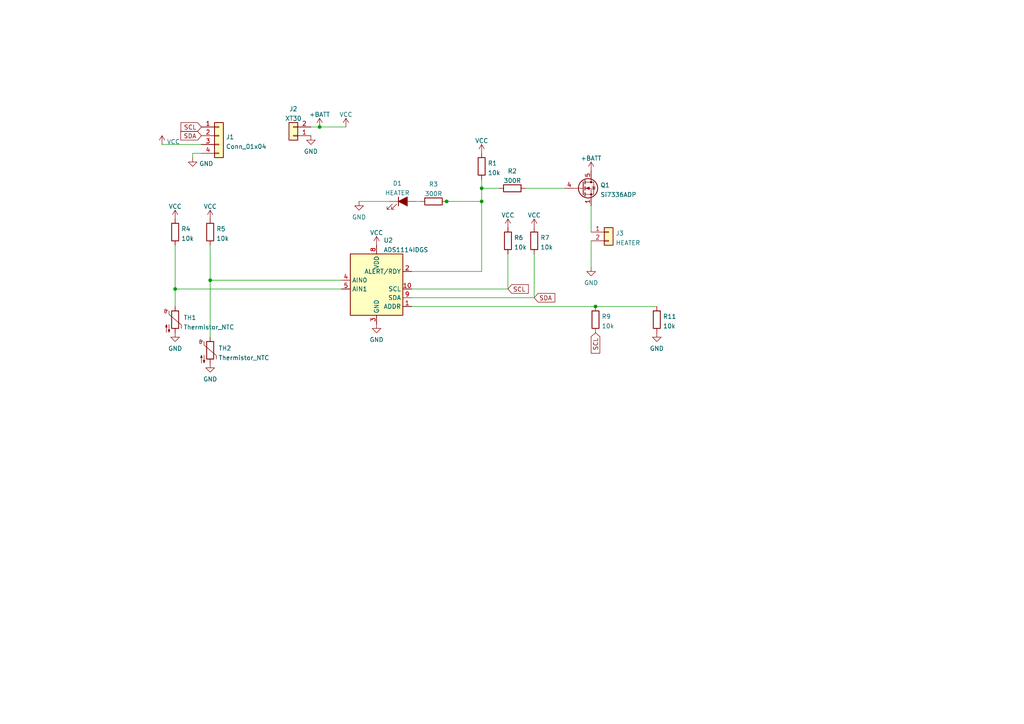
<source format=kicad_sch>
(kicad_sch (version 20211123) (generator eeschema)
  (paper "A4")
  (lib_symbols
    (symbol "Analog_ADC:ADS1114IDGS"
      (property "Reference" "U" (at 2.54 13.97 0))
      (property "Value" "ADS1114IDGS" (at 7.62 11.43 0))
      (symbol "ADS1114IDGS_0_1"
        (rectangle (start -7.62 10.16) (end 7.62 -7.62) (stroke (width 0.254)) (fill (type background)))
      )
      (symbol "ADS1114IDGS_1_1"
        (pin input line (at 10.16 -5.08 180) (length 2.54) (name "ADDR") (number "1"))
        (pin input line (at 10.16 0 180) (length 2.54) (name "SCL") (number "10"))
        (pin output line (at 10.16 5.08 180) (length 2.54) (name "ALERT/RDY") (number "2"))
        (pin power_in line (at 0 -10.16 90) (length 2.54) (name "GND") (number "3"))
        (pin input line (at -10.16 2.54 0) (length 2.54) (name "AIN0") (number "4"))
        (pin input line (at -10.16 0 0) (length 2.54) (name "AIN1") (number "5"))
        (pin no_connect line (at -7.62 7.62 0) (length 2.54) hide (name "~") (number "6"))
        (pin no_connect line (at -7.62 5.08 0) (length 2.54) hide (name "~") (number "7"))
        (pin power_in line (at 0 12.7 270) (length 2.54) (name "VDD") (number "8"))
        (pin bidirectional line (at 10.16 -2.54 180) (length 2.54) (name "SDA") (number "9"))
      )
    )
    (symbol "Connector_Generic:Conn_01x02" (pin_names (offset 1.016) hide)
      (property "Reference" "J" (at 0 2.54 0))
      (property "Value" "Conn_01x02" (at 0 -5.08 0))
      (symbol "Conn_01x02_1_1"
        (rectangle (start -1.27 -2.413) (end 0 -2.667) (stroke (width 0.1524)))
        (rectangle (start -1.27 0.127) (end 0 -0.127) (stroke (width 0.1524)))
        (rectangle (start -1.27 1.27) (end 1.27 -3.81) (stroke (width 0.254)) (fill (type background)))
        (pin passive line (at -5.08 0 0) (length 3.81) (name "Pin_1") (number "1"))
        (pin passive line (at -5.08 -2.54 0) (length 3.81) (name "Pin_2") (number "2"))
      )
    )
    (symbol "Connector_Generic:Conn_01x04" (pin_names (offset 1.016) hide)
      (property "Reference" "J" (at 0 5.08 0))
      (property "Value" "Conn_01x04" (at 0 -7.62 0))
      (symbol "Conn_01x04_1_1"
        (rectangle (start -1.27 -4.953) (end 0 -5.207) (stroke (width 0.1524)))
        (rectangle (start -1.27 -2.413) (end 0 -2.667) (stroke (width 0.1524)))
        (rectangle (start -1.27 0.127) (end 0 -0.127) (stroke (width 0.1524)))
        (rectangle (start -1.27 2.667) (end 0 2.413) (stroke (width 0.1524)))
        (rectangle (start -1.27 3.81) (end 1.27 -6.35) (stroke (width 0.254)) (fill (type background)))
        (pin passive line (at -5.08 2.54 0) (length 3.81) (name "Pin_1") (number "1"))
        (pin passive line (at -5.08 0 0) (length 3.81) (name "Pin_2") (number "2"))
        (pin passive line (at -5.08 -2.54 0) (length 3.81) (name "Pin_3") (number "3"))
        (pin passive line (at -5.08 -5.08 0) (length 3.81) (name "Pin_4") (number "4"))
      )
    )
    (symbol "Device:LED_Filled" (pin_numbers hide) (pin_names (offset 1.016) hide)
      (property "Reference" "D" (at 0 2.54 0))
      (property "Value" "LED_Filled" (at 0 -2.54 0))
      (symbol "LED_Filled_0_1"
        (polyline (pts (xy -1.27 -1.27) (xy -1.27 1.27)) (stroke (width 0.254)))
        (polyline (pts (xy -1.27 0) (xy 1.27 0)))
        (polyline (pts (xy 1.27 -1.27) (xy 1.27 1.27) (xy -1.27 0) (xy 1.27 -1.27)) (stroke (width 0.254)) (fill (type outline)))
        (polyline (pts (xy -3.048 -0.762) (xy -4.572 -2.286) (xy -3.81 -2.286) (xy -4.572 -2.286) (xy -4.572 -1.524)))
        (polyline (pts (xy -1.778 -0.762) (xy -3.302 -2.286) (xy -2.54 -2.286) (xy -3.302 -2.286) (xy -3.302 -1.524)))
      )
      (symbol "LED_Filled_1_1"
        (pin passive line (at -3.81 0 0) (length 2.54) (name "K") (number "1"))
        (pin passive line (at 3.81 0 180) (length 2.54) (name "A") (number "2"))
      )
    )
    (symbol "Device:R" (pin_numbers hide) (pin_names (offset 0))
      (property "Reference" "R" (at 2.032 0 90))
      (property "Value" "R" (at 0 0 90))
      (symbol "R_0_1"
        (rectangle (start -1.016 -2.54) (end 1.016 2.54) (stroke (width 0.254)))
      )
      (symbol "R_1_1"
        (pin passive line (at 0 3.81 270) (length 1.27) (name "~") (number "1"))
        (pin passive line (at 0 -3.81 90) (length 1.27) (name "~") (number "2"))
      )
    )
    (symbol "Device:Thermistor_NTC" (pin_numbers hide) (pin_names (offset 0))
      (property "Reference" "TH" (at -4.445 0 90))
      (property "Value" "Thermistor_NTC" (at 3.175 0 90))
      (symbol "Thermistor_NTC_0_1"
        (arc (start -3.048 2.159) (mid -3.0505 2.3165) (end -3.175 2.413))
        (arc (start -3.048 2.159) (mid -2.9736 1.9794) (end -2.794 1.905))
        (arc (start -3.048 2.794) (mid -2.9736 2.6144) (end -2.794 2.54))
        (arc (start -2.794 1.905) (mid -2.6144 1.9794) (end -2.54 2.159))
        (arc (start -2.794 2.54) (mid -2.434 2.5608) (end -2.159 2.794))
        (arc (start -2.794 3.048) (mid -2.9736 2.9736) (end -3.048 2.794))
        (arc (start -2.54 2.794) (mid -2.6144 2.9736) (end -2.794 3.048))
        (rectangle (start -1.016 2.54) (end 1.016 -2.54) (stroke (width 0.254)))
        (polyline (pts (xy -2.54 2.159) (xy -2.54 2.794)))
        (polyline (pts (xy -1.778 2.54) (xy -1.778 1.524) (xy 1.778 -1.524) (xy 1.778 -2.54)))
        (polyline (pts (xy -2.54 -3.683) (xy -2.54 -1.397) (xy -2.794 -2.159) (xy -2.286 -2.159) (xy -2.54 -1.397) (xy -2.54 -1.651)) (fill (type outline)))
        (polyline (pts (xy -1.778 -1.397) (xy -1.778 -3.683) (xy -2.032 -2.921) (xy -1.524 -2.921) (xy -1.778 -3.683) (xy -1.778 -3.429)) (fill (type outline)))
      )
      (symbol "Thermistor_NTC_1_1"
        (pin passive line (at 0 3.81 270) (length 1.27) (name "~") (number "1"))
        (pin passive line (at 0 -3.81 90) (length 1.27) (name "~") (number "2"))
      )
    )
    (symbol "Transistor_FET:Si7336ADP" (pin_names hide)
      (property "Reference" "Q" (at 5.08 1.905 0))
      (property "Value" "Si7336ADP" (at 5.08 0 0))
      (symbol "Si7336ADP_0_1"
        (polyline (pts (xy 0.254 0) (xy -2.54 0)))
        (polyline (pts (xy 0.254 1.905) (xy 0.254 -1.905)) (stroke (width 0.254)))
        (polyline (pts (xy 0.762 -1.27) (xy 0.762 -2.286)) (stroke (width 0.254)))
        (polyline (pts (xy 0.762 0.508) (xy 0.762 -0.508)) (stroke (width 0.254)))
        (polyline (pts (xy 0.762 2.286) (xy 0.762 1.27)) (stroke (width 0.254)))
        (polyline (pts (xy 2.54 2.54) (xy 2.54 1.778)))
        (polyline (pts (xy 2.54 -2.54) (xy 2.54 0) (xy 0.762 0)))
        (polyline (pts (xy 0.762 -1.778) (xy 3.302 -1.778) (xy 3.302 1.778) (xy 0.762 1.778)))
        (polyline (pts (xy 1.016 0) (xy 2.032 0.381) (xy 2.032 -0.381) (xy 1.016 0)) (fill (type outline)))
        (polyline (pts (xy 2.794 0.508) (xy 2.921 0.381) (xy 3.683 0.381) (xy 3.81 0.254)))
        (polyline (pts (xy 3.302 0.381) (xy 2.921 -0.254) (xy 3.683 -0.254) (xy 3.302 0.381)))
        (circle (center 1.651 0) (radius 2.794) (stroke (width 0.254)))
        (circle (center 2.54 -1.778) (radius 0.254) (fill (type outline)))
        (circle (center 2.54 1.778) (radius 0.254) (fill (type outline)))
      )
      (symbol "Si7336ADP_1_1"
        (pin passive line (at 2.54 -5.08 90) (length 2.54) (name "S") (number "1"))
        (pin passive line (at 2.54 -5.08 90) (length 2.54) hide (name "S") (number "2"))
        (pin passive line (at 2.54 -5.08 90) (length 2.54) hide (name "S") (number "3"))
        (pin input line (at -5.08 0 0) (length 2.54) (name "G") (number "4"))
        (pin passive line (at 2.54 5.08 270) (length 2.54) (name "D") (number "5"))
      )
    )
    (symbol "power:+BATT" (power) (pin_names (offset 0))
      (property "Value" "+BATT" (at 0 3.556 0))
      (symbol "+BATT_0_1"
        (polyline (pts (xy -0.762 1.27) (xy 0 2.54)))
        (polyline (pts (xy 0 0) (xy 0 2.54)))
        (polyline (pts (xy 0 2.54) (xy 0.762 1.27)))
      )
      (symbol "+BATT_1_1"
        (pin power_in line (at 0 0 90) (length 0) hide (name "+BATT") (number "1"))
      )
    )
    (symbol "power:GND" (power) (pin_names (offset 0))
      (property "Value" "GND" (at 0 -3.81 0))
      (symbol "GND_0_1"
        (polyline (pts (xy 0 0) (xy 0 -1.27) (xy 1.27 -1.27) (xy 0 -2.54) (xy -1.27 -1.27) (xy 0 -1.27)))
      )
      (symbol "GND_1_1"
        (pin power_in line (at 0 0 270) (length 0) hide (name "GND") (number "1"))
      )
    )
    (symbol "power:VCC" (power) (pin_names (offset 0))
      (property "Value" "VCC" (at 0 3.81 0))
      (symbol "VCC_0_1"
        (polyline (pts (xy -0.762 1.27) (xy 0 2.54)))
        (polyline (pts (xy 0 0) (xy 0 2.54)))
        (polyline (pts (xy 0 2.54) (xy 0.762 1.27)))
      )
      (symbol "VCC_1_1"
        (pin power_in line (at 0 0 90) (length 0) hide (name "VCC") (number "1"))
      )
    )
  )
  (junction (at 139.7 58.42))
  (junction (at 50.8 83.82))
  (junction (at 172.72 88.9))
  (junction (at 60.96 81.28))
  (junction (at 129.54 58.42))
  (junction (at 92.71 36.83))
  (junction (at 139.7 54.61))
  (wire (pts (xy 139.7 52.07) (xy 139.7 54.61)))
  (wire (pts (xy 60.96 81.28) (xy 99.06 81.28)))
  (wire (pts (xy 104.14 58.42) (xy 113.03 58.42)))
  (wire (pts (xy 60.96 81.28) (xy 60.96 97.79)))
  (wire (pts (xy 55.88 44.45) (xy 55.88 45.72)))
  (wire (pts (xy 139.7 78.74) (xy 119.38 78.74)))
  (wire (pts (xy 147.32 83.82) (xy 147.32 73.66)))
  (wire (pts (xy 119.38 86.36) (xy 154.94 86.36)))
  (wire (pts (xy 129.54 58.42) (xy 129.54 58.379)))
  (wire (pts (xy 60.96 81.28) (xy 60.96 71.12)))
  (wire (pts (xy 129.54 58.42) (xy 139.7 58.42)))
  (wire (pts (xy 50.8 83.82) (xy 99.06 83.82)))
  (wire (pts (xy 50.8 83.82) (xy 50.8 88.9)))
  (wire (pts (xy 120.65 58.42) (xy 121.92 58.42)))
  (wire (pts (xy 152.4 54.61) (xy 163.83 54.61)))
  (wire (pts (xy 171.45 59.69) (xy 171.45 67.31)))
  (wire (pts (xy 171.45 69.85) (xy 171.45 77.47)))
  (wire (pts (xy 50.8 83.82) (xy 50.8 71.12)))
  (wire (pts (xy 119.38 88.9) (xy 172.72 88.9)))
  (wire (pts (xy 58.42 44.45) (xy 55.88 44.45)))
  (wire (pts (xy 119.38 83.82) (xy 147.32 83.82)))
  (wire (pts (xy 172.72 88.9) (xy 190.5 88.9)))
  (wire (pts (xy 154.94 86.36) (xy 154.94 73.66)))
  (wire (pts (xy 144.78 54.61) (xy 139.7 54.61)))
  (wire (pts (xy 46.99 41.91) (xy 58.42 41.91)))
  (wire (pts (xy 139.7 58.42) (xy 139.7 78.74)))
  (wire (pts (xy 90.17 36.83) (xy 92.71 36.83)))
  (wire (pts (xy 92.71 36.83) (xy 100.33 36.83)))
  (wire (pts (xy 139.7 54.61) (xy 139.7 58.42)))
  (global_label "SCL" (shape input) (at 58.42 36.83 180) (property "Intersheet References" "${INTERSHEET_REFS}" (effects hide)))
  (global_label "SDA" (shape input) (at 58.42 39.37 180) (property "Intersheet References" "${INTERSHEET_REFS}" (effects hide)))
  (global_label "SCL" (shape input) (at 172.72 96.52 270) (property "Intersheet References" "${INTERSHEET_REFS}" (effects hide)))
  (global_label "SDA" (shape input) (at 154.94 86.36 0) (property "Intersheet References" "${INTERSHEET_REFS}" (effects hide)))
  (global_label "SCL" (shape input) (at 147.32 83.82 0) (property "Intersheet References" "${INTERSHEET_REFS}" (effects hide)))
  (symbol (lib_id "Device:R") (at 172.72 92.71 0) (unit 1)
    (property "Reference" "R9" (at 174.498 91.8015 0) (effects (justify left)))
    (property "Value" "10k" (at 174.498 94.5766 0) (effects (justify left)))
    (property "Footprint" "Resistor_SMD:R_0603_1608Metric" (effects hide))
  )
  (symbol (lib_id "Device:R") (at 139.7 48.26 0) (unit 1)
    (property "Reference" "R1" (at 141.478 47.3515 0) (effects (justify left)))
    (property "Value" "10k" (at 141.478 50.1266 0) (effects (justify left)))
    (property "Footprint" "Resistor_SMD:R_0603_1608Metric" (effects hide))
  )
  (symbol (lib_id "Device:Thermistor_NTC") (at 60.96 101.6 0) (unit 1)
    (property "Reference" "TH2" (at 63.373 101.009 0) (effects (justify left)))
    (property "Value" "Thermistor_NTC" (at 63.373 103.7841 0) (effects (justify left)))
    (property "Footprint" "Resistor_SMD:R_0402_1005Metric" (effects hide))
  )
  (symbol (lib_id "power:VCC") (at 154.94 66.04 0) (unit 1)
    (property "Reference" "#PWR0102" (effects hide))
    (property "Value" "VCC" (at 154.94 62.4355 0))
  )
  (symbol (lib_id "power:VCC") (at 46.99 41.91 0) (unit 1)
    (property "Reference" "#PWR0111" (effects hide))
    (property "Value" "VCC" (at 48.387 41.119 0) (effects (justify left)))
  )
  (symbol (lib_id "power:GND") (at 190.5 96.52 0) (unit 1)
    (property "Reference" "#PWR0124" (effects hide))
    (property "Value" "GND" (at 190.5 101.0825 0))
  )
  (symbol (lib_id "power:GND") (at 109.22 93.98 0) (unit 1)
    (property "Reference" "#PWR0117" (effects hide))
    (property "Value" "GND" (at 109.22 98.5425 0))
  )
  (symbol (lib_id "power:+BATT") (at 92.71 36.83 0) (unit 1)
    (property "Reference" "#PWR0106" (effects hide))
    (property "Value" "+BATT" (at 92.71 33.2255 0))
  )
  (symbol (lib_id "power:GND") (at 60.96 105.41 0) (unit 1)
    (property "Reference" "#PWR0113" (effects hide))
    (property "Value" "GND" (at 60.96 109.9725 0))
  )
  (symbol (lib_id "Device:R") (at 190.5 92.71 0) (unit 1)
    (property "Reference" "R11" (at 192.278 91.8015 0) (effects (justify left)))
    (property "Value" "10k" (at 192.278 94.5766 0) (effects (justify left)))
    (property "Footprint" "Resistor_SMD:R_0603_1608Metric" (effects hide))
  )
  (symbol (lib_id "Device:R") (at 148.59 54.61 270) (unit 1)
    (property "Reference" "R2" (at 148.59 49.6275 90))
    (property "Value" "300R" (at 148.59 52.4026 90))
    (property "Footprint" "Resistor_SMD:R_0603_1608Metric" (effects hide))
  )
  (symbol (lib_id "power:VCC") (at 60.96 63.5 0) (unit 1)
    (property "Reference" "#PWR0114" (effects hide))
    (property "Value" "VCC" (at 60.96 59.8955 0))
  )
  (symbol (lib_id "Device:R") (at 154.94 69.85 0) (unit 1)
    (property "Reference" "R7" (at 156.718 68.9415 0) (effects (justify left)))
    (property "Value" "10k" (at 156.718 71.7166 0) (effects (justify left)))
    (property "Footprint" "Resistor_SMD:R_0603_1608Metric" (effects hide))
  )
  (symbol (lib_id "Device:Thermistor_NTC") (at 50.8 92.71 0) (unit 1)
    (property "Reference" "TH1" (at 53.213 92.119 0) (effects (justify left)))
    (property "Value" "Thermistor_NTC" (at 53.213 94.8941 0) (effects (justify left)))
    (property "Footprint" "Resistor_SMD:R_0402_1005Metric" (effects hide))
  )
  (symbol (lib_id "Analog_ADC:ADS1114IDGS") (at 109.22 83.82 0) (unit 1)
    (property "Reference" "U2" (at 111.2394 69.6935 0) (effects (justify left)))
    (property "Value" "ADS1114IDGS" (at 111.2394 72.4686 0) (effects (justify left)))
    (property "Footprint" "Package_SO:TSSOP-10_3x3mm_P0.5mm" (effects hide))
    (property "Datasheet" "http://www.ti.com/lit/ds/symlink/ads1113.pdf" (effects hide))
  )
  (symbol (lib_id "power:GND") (at 90.17 39.37 0) (unit 1)
    (property "Reference" "#PWR0107" (effects hide))
    (property "Value" "GND" (at 90.17 43.9325 0))
  )
  (symbol (lib_id "Transistor_FET:Si7336ADP") (at 168.91 54.61 0) (unit 1)
    (property "Reference" "Q1" (at 174.117 53.7015 0) (effects (justify left)))
    (property "Value" "Si7336ADP" (at 174.117 56.4766 0) (effects (justify left)))
    (property "Footprint" "Package_SO:PowerPAK_SO-8_Single" (effects hide))
    (property "Datasheet" "https://www.vishay.com/docs/73152/si7336adp.pdf" (effects hide))
  )
  (symbol (lib_id "Connector_Generic:Conn_01x04") (at 63.5 39.37 0) (unit 1)
    (property "Reference" "J1" (at 65.532 39.7315 0) (effects (justify left)))
    (property "Value" "Conn_01x04" (at 65.532 42.5066 0) (effects (justify left)))
    (property "Footprint" "Connector:NS-Tech_Grove_1x04_P2mm_Vertical" (effects hide))
  )
  (symbol (lib_id "power:VCC") (at 109.22 71.12 0) (unit 1)
    (property "Reference" "#PWR0119" (effects hide))
    (property "Value" "VCC" (at 109.22 67.5155 0))
  )
  (symbol (lib_id "power:VCC") (at 147.32 66.04 0) (unit 1)
    (property "Reference" "#PWR0101" (effects hide))
    (property "Value" "VCC" (at 147.32 62.4355 0))
  )
  (symbol (lib_id "power:GND") (at 171.45 77.47 0) (unit 1)
    (property "Reference" "#PWR0122" (effects hide))
    (property "Value" "GND" (at 171.45 82.0325 0))
  )
  (symbol (lib_id "power:VCC") (at 50.8 63.5 0) (unit 1)
    (property "Reference" "#PWR0115" (effects hide))
    (property "Value" "VCC" (at 50.8 59.8955 0))
  )
  (symbol (lib_id "power:+BATT") (at 171.45 49.53 0) (unit 1)
    (property "Reference" "#PWR0121" (effects hide))
    (property "Value" "+BATT" (at 171.45 45.9255 0))
  )
  (symbol (lib_id "Connector_Generic:Conn_01x02") (at 176.53 67.31 0) (unit 1)
    (property "Reference" "J3" (at 178.562 67.6715 0) (effects (justify left)))
    (property "Value" "HEATER" (at 178.562 70.4466 0) (effects (justify left)))
    (property "Footprint" "SamacSys_Parts:HEATER" (effects hide))
  )
  (symbol (lib_id "power:GND") (at 104.14 58.42 0) (unit 1)
    (property "Reference" "#PWR0120" (effects hide))
    (property "Value" "GND" (at 104.14 62.9825 0))
  )
  (symbol (lib_id "Device:R") (at 147.32 69.85 0) (unit 1)
    (property "Reference" "R6" (at 149.098 68.9415 0) (effects (justify left)))
    (property "Value" "10k" (at 149.098 71.7166 0) (effects (justify left)))
    (property "Footprint" "Resistor_SMD:R_0603_1608Metric" (effects hide))
  )
  (symbol (lib_id "power:GND") (at 50.8 96.52 0) (unit 1)
    (property "Reference" "#PWR0112" (effects hide))
    (property "Value" "GND" (at 50.8 101.0825 0))
  )
  (symbol (lib_id "Device:R") (at 60.96 67.31 0) (unit 1)
    (property "Reference" "R5" (at 62.738 66.4015 0) (effects (justify left)))
    (property "Value" "10k" (at 62.738 69.1766 0) (effects (justify left)))
    (property "Footprint" "Resistor_SMD:R_0603_1608Metric" (effects hide))
  )
  (symbol (lib_id "power:VCC") (at 100.33 36.83 0) (unit 1)
    (property "Reference" "#PWR0105" (effects hide))
    (property "Value" "VCC" (at 100.33 33.2255 0))
  )
  (symbol (lib_id "power:GND") (at 55.88 45.72 0) (unit 1)
    (property "Reference" "#PWR0110" (effects hide))
    (property "Value" "GND" (at 57.785 47.469 0) (effects (justify left)))
  )
  (symbol (lib_id "Device:R") (at 125.73 58.42 270) (unit 1)
    (property "Reference" "R3" (at 125.73 53.4375 90))
    (property "Value" "300R" (at 125.73 56.2126 90))
    (property "Footprint" "Resistor_SMD:R_0603_1608Metric" (effects hide))
  )
  (symbol (lib_id "power:VCC") (at 139.7 44.45 0) (unit 1)
    (property "Reference" "#PWR0103" (effects hide))
    (property "Value" "VCC" (at 139.7 40.8455 0))
  )
  (symbol (lib_id "Connector_Generic:Conn_01x02") (at 85.09 39.37 180) (unit 1)
    (property "Reference" "J2" (at 85.09 31.5935 0))
    (property "Value" "XT30" (at 85.09 34.3686 0))
    (property "Footprint" "Connector_AMASS:AMASS_XT30U-F_1x02_P5.0mm_Vertical" (effects hide))
  )
  (symbol (lib_id "Device:LED_Filled") (at 116.84 58.42 0) (unit 1)
    (property "Reference" "D1" (at 115.2525 53.1835 0))
    (property "Value" "HEATER" (at 115.2525 55.9586 0))
    (property "Footprint" "LED_SMD:LED_0603_1608Metric" (effects hide))
  )
  (symbol (lib_id "Device:R") (at 50.8 67.31 0) (unit 1)
    (property "Reference" "R4" (at 52.578 66.4015 0) (effects (justify left)))
    (property "Value" "10k" (at 52.578 69.1766 0) (effects (justify left)))
    (property "Footprint" "Resistor_SMD:R_0603_1608Metric" (effects hide))
  )
)
</source>
